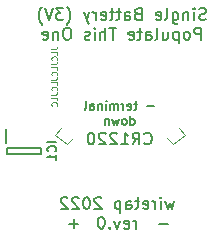
<source format=gbr>
%TF.GenerationSoftware,KiCad,Pcbnew,(5.1.6)-1*%
%TF.CreationDate,2022-09-22T09:58:55-04:00*%
%TF.ProjectId,EXT_BATT_3V-6V,4558545f-4241-4545-945f-33562d36562e,rev?*%
%TF.SameCoordinates,Original*%
%TF.FileFunction,Legend,Bot*%
%TF.FilePolarity,Positive*%
%FSLAX46Y46*%
G04 Gerber Fmt 4.6, Leading zero omitted, Abs format (unit mm)*
G04 Created by KiCad (PCBNEW (5.1.6)-1) date 2022-09-22 09:58:55*
%MOMM*%
%LPD*%
G01*
G04 APERTURE LIST*
%ADD10C,0.125000*%
%ADD11C,0.150000*%
%ADD12C,0.100000*%
%ADD13C,0.200000*%
G04 APERTURE END LIST*
D10*
X154726190Y-79790476D02*
X155083333Y-79790476D01*
X155154761Y-79766666D01*
X155202380Y-79719047D01*
X155226190Y-79647619D01*
X155226190Y-79600000D01*
X155226190Y-80266666D02*
X155226190Y-80028571D01*
X154726190Y-80028571D01*
X155178571Y-80719047D02*
X155202380Y-80695238D01*
X155226190Y-80623809D01*
X155226190Y-80576190D01*
X155202380Y-80504761D01*
X155154761Y-80457142D01*
X155107142Y-80433333D01*
X155011904Y-80409523D01*
X154940476Y-80409523D01*
X154845238Y-80433333D01*
X154797619Y-80457142D01*
X154750000Y-80504761D01*
X154726190Y-80576190D01*
X154726190Y-80623809D01*
X154750000Y-80695238D01*
X154773809Y-80719047D01*
X154726190Y-81076190D02*
X155083333Y-81076190D01*
X155154761Y-81052380D01*
X155202380Y-81004761D01*
X155226190Y-80933333D01*
X155226190Y-80885714D01*
X155226190Y-81552380D02*
X155226190Y-81314285D01*
X154726190Y-81314285D01*
X155178571Y-82004761D02*
X155202380Y-81980952D01*
X155226190Y-81909523D01*
X155226190Y-81861904D01*
X155202380Y-81790476D01*
X155154761Y-81742857D01*
X155107142Y-81719047D01*
X155011904Y-81695238D01*
X154940476Y-81695238D01*
X154845238Y-81719047D01*
X154797619Y-81742857D01*
X154750000Y-81790476D01*
X154726190Y-81861904D01*
X154726190Y-81909523D01*
X154750000Y-81980952D01*
X154773809Y-82004761D01*
X154726190Y-82361904D02*
X155083333Y-82361904D01*
X155154761Y-82338095D01*
X155202380Y-82290476D01*
X155226190Y-82219047D01*
X155226190Y-82171428D01*
X155226190Y-82838095D02*
X155226190Y-82600000D01*
X154726190Y-82600000D01*
X155178571Y-83290476D02*
X155202380Y-83266666D01*
X155226190Y-83195238D01*
X155226190Y-83147619D01*
X155202380Y-83076190D01*
X155154761Y-83028571D01*
X155107142Y-83004761D01*
X155011904Y-82980952D01*
X154940476Y-82980952D01*
X154845238Y-83004761D01*
X154797619Y-83028571D01*
X154750000Y-83076190D01*
X154726190Y-83147619D01*
X154726190Y-83195238D01*
X154750000Y-83266666D01*
X154773809Y-83290476D01*
X154726190Y-83647619D02*
X155083333Y-83647619D01*
X155154761Y-83623809D01*
X155202380Y-83576190D01*
X155226190Y-83504761D01*
X155226190Y-83457142D01*
X155226190Y-84123809D02*
X155226190Y-83885714D01*
X154726190Y-83885714D01*
X155178571Y-84576190D02*
X155202380Y-84552380D01*
X155226190Y-84480952D01*
X155226190Y-84433333D01*
X155202380Y-84361904D01*
X155154761Y-84314285D01*
X155107142Y-84290476D01*
X155011904Y-84266666D01*
X154940476Y-84266666D01*
X154845238Y-84290476D01*
X154797619Y-84314285D01*
X154750000Y-84361904D01*
X154726190Y-84433333D01*
X154726190Y-84480952D01*
X154750000Y-84552380D01*
X154773809Y-84576190D01*
D11*
X165133333Y-92660714D02*
X164942857Y-93327380D01*
X164752380Y-92851190D01*
X164561904Y-93327380D01*
X164371428Y-92660714D01*
X163990476Y-93327380D02*
X163990476Y-92660714D01*
X163990476Y-92327380D02*
X164038095Y-92375000D01*
X163990476Y-92422619D01*
X163942857Y-92375000D01*
X163990476Y-92327380D01*
X163990476Y-92422619D01*
X163514285Y-93327380D02*
X163514285Y-92660714D01*
X163514285Y-92851190D02*
X163466666Y-92755952D01*
X163419047Y-92708333D01*
X163323809Y-92660714D01*
X163228571Y-92660714D01*
X162514285Y-93279761D02*
X162609523Y-93327380D01*
X162800000Y-93327380D01*
X162895238Y-93279761D01*
X162942857Y-93184523D01*
X162942857Y-92803571D01*
X162895238Y-92708333D01*
X162800000Y-92660714D01*
X162609523Y-92660714D01*
X162514285Y-92708333D01*
X162466666Y-92803571D01*
X162466666Y-92898809D01*
X162942857Y-92994047D01*
X162180952Y-92660714D02*
X161800000Y-92660714D01*
X162038095Y-92327380D02*
X162038095Y-93184523D01*
X161990476Y-93279761D01*
X161895238Y-93327380D01*
X161800000Y-93327380D01*
X161038095Y-93327380D02*
X161038095Y-92803571D01*
X161085714Y-92708333D01*
X161180952Y-92660714D01*
X161371428Y-92660714D01*
X161466666Y-92708333D01*
X161038095Y-93279761D02*
X161133333Y-93327380D01*
X161371428Y-93327380D01*
X161466666Y-93279761D01*
X161514285Y-93184523D01*
X161514285Y-93089285D01*
X161466666Y-92994047D01*
X161371428Y-92946428D01*
X161133333Y-92946428D01*
X161038095Y-92898809D01*
X160561904Y-92660714D02*
X160561904Y-93660714D01*
X160561904Y-92708333D02*
X160466666Y-92660714D01*
X160276190Y-92660714D01*
X160180952Y-92708333D01*
X160133333Y-92755952D01*
X160085714Y-92851190D01*
X160085714Y-93136904D01*
X160133333Y-93232142D01*
X160180952Y-93279761D01*
X160276190Y-93327380D01*
X160466666Y-93327380D01*
X160561904Y-93279761D01*
X158942857Y-92422619D02*
X158895238Y-92375000D01*
X158800000Y-92327380D01*
X158561904Y-92327380D01*
X158466666Y-92375000D01*
X158419047Y-92422619D01*
X158371428Y-92517857D01*
X158371428Y-92613095D01*
X158419047Y-92755952D01*
X158990476Y-93327380D01*
X158371428Y-93327380D01*
X157752380Y-92327380D02*
X157657142Y-92327380D01*
X157561904Y-92375000D01*
X157514285Y-92422619D01*
X157466666Y-92517857D01*
X157419047Y-92708333D01*
X157419047Y-92946428D01*
X157466666Y-93136904D01*
X157514285Y-93232142D01*
X157561904Y-93279761D01*
X157657142Y-93327380D01*
X157752380Y-93327380D01*
X157847619Y-93279761D01*
X157895238Y-93232142D01*
X157942857Y-93136904D01*
X157990476Y-92946428D01*
X157990476Y-92708333D01*
X157942857Y-92517857D01*
X157895238Y-92422619D01*
X157847619Y-92375000D01*
X157752380Y-92327380D01*
X157038095Y-92422619D02*
X156990476Y-92375000D01*
X156895238Y-92327380D01*
X156657142Y-92327380D01*
X156561904Y-92375000D01*
X156514285Y-92422619D01*
X156466666Y-92517857D01*
X156466666Y-92613095D01*
X156514285Y-92755952D01*
X157085714Y-93327380D01*
X156466666Y-93327380D01*
X156085714Y-92422619D02*
X156038095Y-92375000D01*
X155942857Y-92327380D01*
X155704761Y-92327380D01*
X155609523Y-92375000D01*
X155561904Y-92422619D01*
X155514285Y-92517857D01*
X155514285Y-92613095D01*
X155561904Y-92755952D01*
X156133333Y-93327380D01*
X155514285Y-93327380D01*
X161895238Y-94977380D02*
X161895238Y-94310714D01*
X161895238Y-94501190D02*
X161847619Y-94405952D01*
X161800000Y-94358333D01*
X161704761Y-94310714D01*
X161609523Y-94310714D01*
X160895238Y-94929761D02*
X160990476Y-94977380D01*
X161180952Y-94977380D01*
X161276190Y-94929761D01*
X161323809Y-94834523D01*
X161323809Y-94453571D01*
X161276190Y-94358333D01*
X161180952Y-94310714D01*
X160990476Y-94310714D01*
X160895238Y-94358333D01*
X160847619Y-94453571D01*
X160847619Y-94548809D01*
X161323809Y-94644047D01*
X160514285Y-94310714D02*
X160276190Y-94977380D01*
X160038095Y-94310714D01*
X159657142Y-94882142D02*
X159609523Y-94929761D01*
X159657142Y-94977380D01*
X159704761Y-94929761D01*
X159657142Y-94882142D01*
X159657142Y-94977380D01*
X158990476Y-93977380D02*
X158895238Y-93977380D01*
X158800000Y-94025000D01*
X158752380Y-94072619D01*
X158704761Y-94167857D01*
X158657142Y-94358333D01*
X158657142Y-94596428D01*
X158704761Y-94786904D01*
X158752380Y-94882142D01*
X158800000Y-94929761D01*
X158895238Y-94977380D01*
X158990476Y-94977380D01*
X159085714Y-94929761D01*
X159133333Y-94882142D01*
X159180952Y-94786904D01*
X159228571Y-94596428D01*
X159228571Y-94358333D01*
X159180952Y-94167857D01*
X159133333Y-94072619D01*
X159085714Y-94025000D01*
X158990476Y-93977380D01*
X162595238Y-87757142D02*
X162642857Y-87804761D01*
X162785714Y-87852380D01*
X162880952Y-87852380D01*
X163023809Y-87804761D01*
X163119047Y-87709523D01*
X163166666Y-87614285D01*
X163214285Y-87423809D01*
X163214285Y-87280952D01*
X163166666Y-87090476D01*
X163119047Y-86995238D01*
X163023809Y-86900000D01*
X162880952Y-86852380D01*
X162785714Y-86852380D01*
X162642857Y-86900000D01*
X162595238Y-86947619D01*
X161595238Y-87852380D02*
X161928571Y-87376190D01*
X162166666Y-87852380D02*
X162166666Y-86852380D01*
X161785714Y-86852380D01*
X161690476Y-86900000D01*
X161642857Y-86947619D01*
X161595238Y-87042857D01*
X161595238Y-87185714D01*
X161642857Y-87280952D01*
X161690476Y-87328571D01*
X161785714Y-87376190D01*
X162166666Y-87376190D01*
X160642857Y-87852380D02*
X161214285Y-87852380D01*
X160928571Y-87852380D02*
X160928571Y-86852380D01*
X161023809Y-86995238D01*
X161119047Y-87090476D01*
X161214285Y-87138095D01*
X160261904Y-86947619D02*
X160214285Y-86900000D01*
X160119047Y-86852380D01*
X159880952Y-86852380D01*
X159785714Y-86900000D01*
X159738095Y-86947619D01*
X159690476Y-87042857D01*
X159690476Y-87138095D01*
X159738095Y-87280952D01*
X160309523Y-87852380D01*
X159690476Y-87852380D01*
X159309523Y-86947619D02*
X159261904Y-86900000D01*
X159166666Y-86852380D01*
X158928571Y-86852380D01*
X158833333Y-86900000D01*
X158785714Y-86947619D01*
X158738095Y-87042857D01*
X158738095Y-87138095D01*
X158785714Y-87280952D01*
X159357142Y-87852380D01*
X158738095Y-87852380D01*
X158119047Y-86852380D02*
X158023809Y-86852380D01*
X157928571Y-86900000D01*
X157880952Y-86947619D01*
X157833333Y-87042857D01*
X157785714Y-87233333D01*
X157785714Y-87471428D01*
X157833333Y-87661904D01*
X157880952Y-87757142D01*
X157928571Y-87804761D01*
X158023809Y-87852380D01*
X158119047Y-87852380D01*
X158214285Y-87804761D01*
X158261904Y-87757142D01*
X158309523Y-87661904D01*
X158357142Y-87471428D01*
X158357142Y-87233333D01*
X158309523Y-87042857D01*
X158261904Y-86947619D01*
X158214285Y-86900000D01*
X158119047Y-86852380D01*
X164580952Y-94571428D02*
X163819047Y-94571428D01*
X156980952Y-94571428D02*
X156219047Y-94571428D01*
X156600000Y-94952380D02*
X156600000Y-94190476D01*
X163392857Y-84616071D02*
X162821428Y-84616071D01*
X162000000Y-84401785D02*
X161714285Y-84401785D01*
X161892857Y-84151785D02*
X161892857Y-84794642D01*
X161857142Y-84866071D01*
X161785714Y-84901785D01*
X161714285Y-84901785D01*
X161178571Y-84866071D02*
X161250000Y-84901785D01*
X161392857Y-84901785D01*
X161464285Y-84866071D01*
X161500000Y-84794642D01*
X161500000Y-84508928D01*
X161464285Y-84437500D01*
X161392857Y-84401785D01*
X161250000Y-84401785D01*
X161178571Y-84437500D01*
X161142857Y-84508928D01*
X161142857Y-84580357D01*
X161500000Y-84651785D01*
X160821428Y-84901785D02*
X160821428Y-84401785D01*
X160821428Y-84544642D02*
X160785714Y-84473214D01*
X160750000Y-84437500D01*
X160678571Y-84401785D01*
X160607142Y-84401785D01*
X160357142Y-84901785D02*
X160357142Y-84401785D01*
X160357142Y-84473214D02*
X160321428Y-84437500D01*
X160250000Y-84401785D01*
X160142857Y-84401785D01*
X160071428Y-84437500D01*
X160035714Y-84508928D01*
X160035714Y-84901785D01*
X160035714Y-84508928D02*
X160000000Y-84437500D01*
X159928571Y-84401785D01*
X159821428Y-84401785D01*
X159750000Y-84437500D01*
X159714285Y-84508928D01*
X159714285Y-84901785D01*
X159357142Y-84901785D02*
X159357142Y-84401785D01*
X159357142Y-84151785D02*
X159392857Y-84187500D01*
X159357142Y-84223214D01*
X159321428Y-84187500D01*
X159357142Y-84151785D01*
X159357142Y-84223214D01*
X159000000Y-84401785D02*
X159000000Y-84901785D01*
X159000000Y-84473214D02*
X158964285Y-84437500D01*
X158892857Y-84401785D01*
X158785714Y-84401785D01*
X158714285Y-84437500D01*
X158678571Y-84508928D01*
X158678571Y-84901785D01*
X158000000Y-84901785D02*
X158000000Y-84508928D01*
X158035714Y-84437500D01*
X158107142Y-84401785D01*
X158250000Y-84401785D01*
X158321428Y-84437500D01*
X158000000Y-84866071D02*
X158071428Y-84901785D01*
X158250000Y-84901785D01*
X158321428Y-84866071D01*
X158357142Y-84794642D01*
X158357142Y-84723214D01*
X158321428Y-84651785D01*
X158250000Y-84616071D01*
X158071428Y-84616071D01*
X158000000Y-84580357D01*
X157535714Y-84901785D02*
X157607142Y-84866071D01*
X157642857Y-84794642D01*
X157642857Y-84151785D01*
X161410714Y-86176785D02*
X161410714Y-85426785D01*
X161410714Y-86141071D02*
X161482142Y-86176785D01*
X161625000Y-86176785D01*
X161696428Y-86141071D01*
X161732142Y-86105357D01*
X161767857Y-86033928D01*
X161767857Y-85819642D01*
X161732142Y-85748214D01*
X161696428Y-85712500D01*
X161625000Y-85676785D01*
X161482142Y-85676785D01*
X161410714Y-85712500D01*
X160946428Y-86176785D02*
X161017857Y-86141071D01*
X161053571Y-86105357D01*
X161089285Y-86033928D01*
X161089285Y-85819642D01*
X161053571Y-85748214D01*
X161017857Y-85712500D01*
X160946428Y-85676785D01*
X160839285Y-85676785D01*
X160767857Y-85712500D01*
X160732142Y-85748214D01*
X160696428Y-85819642D01*
X160696428Y-86033928D01*
X160732142Y-86105357D01*
X160767857Y-86141071D01*
X160839285Y-86176785D01*
X160946428Y-86176785D01*
X160446428Y-85676785D02*
X160303571Y-86176785D01*
X160160714Y-85819642D01*
X160017857Y-86176785D01*
X159875000Y-85676785D01*
X159589285Y-85676785D02*
X159589285Y-86176785D01*
X159589285Y-85748214D02*
X159553571Y-85712500D01*
X159482142Y-85676785D01*
X159375000Y-85676785D01*
X159303571Y-85712500D01*
X159267857Y-85783928D01*
X159267857Y-86176785D01*
X167795238Y-77279761D02*
X167652380Y-77327380D01*
X167414285Y-77327380D01*
X167319047Y-77279761D01*
X167271428Y-77232142D01*
X167223809Y-77136904D01*
X167223809Y-77041666D01*
X167271428Y-76946428D01*
X167319047Y-76898809D01*
X167414285Y-76851190D01*
X167604761Y-76803571D01*
X167700000Y-76755952D01*
X167747619Y-76708333D01*
X167795238Y-76613095D01*
X167795238Y-76517857D01*
X167747619Y-76422619D01*
X167700000Y-76375000D01*
X167604761Y-76327380D01*
X167366666Y-76327380D01*
X167223809Y-76375000D01*
X166795238Y-77327380D02*
X166795238Y-76660714D01*
X166795238Y-76327380D02*
X166842857Y-76375000D01*
X166795238Y-76422619D01*
X166747619Y-76375000D01*
X166795238Y-76327380D01*
X166795238Y-76422619D01*
X166319047Y-76660714D02*
X166319047Y-77327380D01*
X166319047Y-76755952D02*
X166271428Y-76708333D01*
X166176190Y-76660714D01*
X166033333Y-76660714D01*
X165938095Y-76708333D01*
X165890476Y-76803571D01*
X165890476Y-77327380D01*
X164985714Y-76660714D02*
X164985714Y-77470238D01*
X165033333Y-77565476D01*
X165080952Y-77613095D01*
X165176190Y-77660714D01*
X165319047Y-77660714D01*
X165414285Y-77613095D01*
X164985714Y-77279761D02*
X165080952Y-77327380D01*
X165271428Y-77327380D01*
X165366666Y-77279761D01*
X165414285Y-77232142D01*
X165461904Y-77136904D01*
X165461904Y-76851190D01*
X165414285Y-76755952D01*
X165366666Y-76708333D01*
X165271428Y-76660714D01*
X165080952Y-76660714D01*
X164985714Y-76708333D01*
X164366666Y-77327380D02*
X164461904Y-77279761D01*
X164509523Y-77184523D01*
X164509523Y-76327380D01*
X163604761Y-77279761D02*
X163700000Y-77327380D01*
X163890476Y-77327380D01*
X163985714Y-77279761D01*
X164033333Y-77184523D01*
X164033333Y-76803571D01*
X163985714Y-76708333D01*
X163890476Y-76660714D01*
X163700000Y-76660714D01*
X163604761Y-76708333D01*
X163557142Y-76803571D01*
X163557142Y-76898809D01*
X164033333Y-76994047D01*
X162033333Y-76803571D02*
X161890476Y-76851190D01*
X161842857Y-76898809D01*
X161795238Y-76994047D01*
X161795238Y-77136904D01*
X161842857Y-77232142D01*
X161890476Y-77279761D01*
X161985714Y-77327380D01*
X162366666Y-77327380D01*
X162366666Y-76327380D01*
X162033333Y-76327380D01*
X161938095Y-76375000D01*
X161890476Y-76422619D01*
X161842857Y-76517857D01*
X161842857Y-76613095D01*
X161890476Y-76708333D01*
X161938095Y-76755952D01*
X162033333Y-76803571D01*
X162366666Y-76803571D01*
X160938095Y-77327380D02*
X160938095Y-76803571D01*
X160985714Y-76708333D01*
X161080952Y-76660714D01*
X161271428Y-76660714D01*
X161366666Y-76708333D01*
X160938095Y-77279761D02*
X161033333Y-77327380D01*
X161271428Y-77327380D01*
X161366666Y-77279761D01*
X161414285Y-77184523D01*
X161414285Y-77089285D01*
X161366666Y-76994047D01*
X161271428Y-76946428D01*
X161033333Y-76946428D01*
X160938095Y-76898809D01*
X160604761Y-76660714D02*
X160223809Y-76660714D01*
X160461904Y-76327380D02*
X160461904Y-77184523D01*
X160414285Y-77279761D01*
X160319047Y-77327380D01*
X160223809Y-77327380D01*
X160033333Y-76660714D02*
X159652380Y-76660714D01*
X159890476Y-76327380D02*
X159890476Y-77184523D01*
X159842857Y-77279761D01*
X159747619Y-77327380D01*
X159652380Y-77327380D01*
X158938095Y-77279761D02*
X159033333Y-77327380D01*
X159223809Y-77327380D01*
X159319047Y-77279761D01*
X159366666Y-77184523D01*
X159366666Y-76803571D01*
X159319047Y-76708333D01*
X159223809Y-76660714D01*
X159033333Y-76660714D01*
X158938095Y-76708333D01*
X158890476Y-76803571D01*
X158890476Y-76898809D01*
X159366666Y-76994047D01*
X158461904Y-77327380D02*
X158461904Y-76660714D01*
X158461904Y-76851190D02*
X158414285Y-76755952D01*
X158366666Y-76708333D01*
X158271428Y-76660714D01*
X158176190Y-76660714D01*
X157938095Y-76660714D02*
X157700000Y-77327380D01*
X157461904Y-76660714D02*
X157700000Y-77327380D01*
X157795238Y-77565476D01*
X157842857Y-77613095D01*
X157938095Y-77660714D01*
X156033333Y-77708333D02*
X156080952Y-77660714D01*
X156176190Y-77517857D01*
X156223809Y-77422619D01*
X156271428Y-77279761D01*
X156319047Y-77041666D01*
X156319047Y-76851190D01*
X156271428Y-76613095D01*
X156223809Y-76470238D01*
X156176190Y-76375000D01*
X156080952Y-76232142D01*
X156033333Y-76184523D01*
X155747619Y-76327380D02*
X155128571Y-76327380D01*
X155461904Y-76708333D01*
X155319047Y-76708333D01*
X155223809Y-76755952D01*
X155176190Y-76803571D01*
X155128571Y-76898809D01*
X155128571Y-77136904D01*
X155176190Y-77232142D01*
X155223809Y-77279761D01*
X155319047Y-77327380D01*
X155604761Y-77327380D01*
X155700000Y-77279761D01*
X155747619Y-77232142D01*
X154842857Y-76327380D02*
X154509523Y-77327380D01*
X154176190Y-76327380D01*
X153938095Y-77708333D02*
X153890476Y-77660714D01*
X153795238Y-77517857D01*
X153747619Y-77422619D01*
X153700000Y-77279761D01*
X153652380Y-77041666D01*
X153652380Y-76851190D01*
X153700000Y-76613095D01*
X153747619Y-76470238D01*
X153795238Y-76375000D01*
X153890476Y-76232142D01*
X153938095Y-76184523D01*
X167390476Y-78977380D02*
X167390476Y-77977380D01*
X167009523Y-77977380D01*
X166914285Y-78025000D01*
X166866666Y-78072619D01*
X166819047Y-78167857D01*
X166819047Y-78310714D01*
X166866666Y-78405952D01*
X166914285Y-78453571D01*
X167009523Y-78501190D01*
X167390476Y-78501190D01*
X166247619Y-78977380D02*
X166342857Y-78929761D01*
X166390476Y-78882142D01*
X166438095Y-78786904D01*
X166438095Y-78501190D01*
X166390476Y-78405952D01*
X166342857Y-78358333D01*
X166247619Y-78310714D01*
X166104761Y-78310714D01*
X166009523Y-78358333D01*
X165961904Y-78405952D01*
X165914285Y-78501190D01*
X165914285Y-78786904D01*
X165961904Y-78882142D01*
X166009523Y-78929761D01*
X166104761Y-78977380D01*
X166247619Y-78977380D01*
X165485714Y-78310714D02*
X165485714Y-79310714D01*
X165485714Y-78358333D02*
X165390476Y-78310714D01*
X165200000Y-78310714D01*
X165104761Y-78358333D01*
X165057142Y-78405952D01*
X165009523Y-78501190D01*
X165009523Y-78786904D01*
X165057142Y-78882142D01*
X165104761Y-78929761D01*
X165200000Y-78977380D01*
X165390476Y-78977380D01*
X165485714Y-78929761D01*
X164152380Y-78310714D02*
X164152380Y-78977380D01*
X164580952Y-78310714D02*
X164580952Y-78834523D01*
X164533333Y-78929761D01*
X164438095Y-78977380D01*
X164295238Y-78977380D01*
X164200000Y-78929761D01*
X164152380Y-78882142D01*
X163533333Y-78977380D02*
X163628571Y-78929761D01*
X163676190Y-78834523D01*
X163676190Y-77977380D01*
X162723809Y-78977380D02*
X162723809Y-78453571D01*
X162771428Y-78358333D01*
X162866666Y-78310714D01*
X163057142Y-78310714D01*
X163152380Y-78358333D01*
X162723809Y-78929761D02*
X162819047Y-78977380D01*
X163057142Y-78977380D01*
X163152380Y-78929761D01*
X163200000Y-78834523D01*
X163200000Y-78739285D01*
X163152380Y-78644047D01*
X163057142Y-78596428D01*
X162819047Y-78596428D01*
X162723809Y-78548809D01*
X162390476Y-78310714D02*
X162009523Y-78310714D01*
X162247619Y-77977380D02*
X162247619Y-78834523D01*
X162200000Y-78929761D01*
X162104761Y-78977380D01*
X162009523Y-78977380D01*
X161295238Y-78929761D02*
X161390476Y-78977380D01*
X161580952Y-78977380D01*
X161676190Y-78929761D01*
X161723809Y-78834523D01*
X161723809Y-78453571D01*
X161676190Y-78358333D01*
X161580952Y-78310714D01*
X161390476Y-78310714D01*
X161295238Y-78358333D01*
X161247619Y-78453571D01*
X161247619Y-78548809D01*
X161723809Y-78644047D01*
X160200000Y-77977380D02*
X159628571Y-77977380D01*
X159914285Y-78977380D02*
X159914285Y-77977380D01*
X159295238Y-78977380D02*
X159295238Y-77977380D01*
X158866666Y-78977380D02*
X158866666Y-78453571D01*
X158914285Y-78358333D01*
X159009523Y-78310714D01*
X159152380Y-78310714D01*
X159247619Y-78358333D01*
X159295238Y-78405952D01*
X158390476Y-78977380D02*
X158390476Y-78310714D01*
X158390476Y-77977380D02*
X158438095Y-78025000D01*
X158390476Y-78072619D01*
X158342857Y-78025000D01*
X158390476Y-77977380D01*
X158390476Y-78072619D01*
X157961904Y-78929761D02*
X157866666Y-78977380D01*
X157676190Y-78977380D01*
X157580952Y-78929761D01*
X157533333Y-78834523D01*
X157533333Y-78786904D01*
X157580952Y-78691666D01*
X157676190Y-78644047D01*
X157819047Y-78644047D01*
X157914285Y-78596428D01*
X157961904Y-78501190D01*
X157961904Y-78453571D01*
X157914285Y-78358333D01*
X157819047Y-78310714D01*
X157676190Y-78310714D01*
X157580952Y-78358333D01*
X156152380Y-77977380D02*
X155961904Y-77977380D01*
X155866666Y-78025000D01*
X155771428Y-78120238D01*
X155723809Y-78310714D01*
X155723809Y-78644047D01*
X155771428Y-78834523D01*
X155866666Y-78929761D01*
X155961904Y-78977380D01*
X156152380Y-78977380D01*
X156247619Y-78929761D01*
X156342857Y-78834523D01*
X156390476Y-78644047D01*
X156390476Y-78310714D01*
X156342857Y-78120238D01*
X156247619Y-78025000D01*
X156152380Y-77977380D01*
X155295238Y-78310714D02*
X155295238Y-78977380D01*
X155295238Y-78405952D02*
X155247619Y-78358333D01*
X155152380Y-78310714D01*
X155009523Y-78310714D01*
X154914285Y-78358333D01*
X154866666Y-78453571D01*
X154866666Y-78977380D01*
X154009523Y-78929761D02*
X154104761Y-78977380D01*
X154295238Y-78977380D01*
X154390476Y-78929761D01*
X154438095Y-78834523D01*
X154438095Y-78453571D01*
X154390476Y-78358333D01*
X154295238Y-78310714D01*
X154104761Y-78310714D01*
X154009523Y-78358333D01*
X153961904Y-78453571D01*
X153961904Y-78548809D01*
X154438095Y-78644047D01*
D12*
%TO.C,H1*%
X155540001Y-86505001D02*
X155040001Y-87055001D01*
X155040001Y-87055001D02*
X156040001Y-87855001D01*
X156040001Y-87855001D02*
X156540001Y-87305001D01*
X164540001Y-87305001D02*
X165040001Y-87855001D01*
X165040001Y-87855001D02*
X166040001Y-87055001D01*
X166040001Y-87055001D02*
X165540001Y-86505001D01*
D13*
%TO.C,IC1*%
X150950000Y-88125000D02*
X150950000Y-88675000D01*
X150950000Y-88675000D02*
X153850000Y-88675000D01*
X153850000Y-88675000D02*
X153850000Y-88125000D01*
X153850000Y-88125000D02*
X150950000Y-88125000D01*
X150900000Y-86525000D02*
X150900000Y-87775000D01*
D11*
X155139285Y-87667857D02*
X154389285Y-87667857D01*
X155067857Y-88453571D02*
X155103571Y-88417857D01*
X155139285Y-88310714D01*
X155139285Y-88239285D01*
X155103571Y-88132142D01*
X155032142Y-88060714D01*
X154960714Y-88025000D01*
X154817857Y-87989285D01*
X154710714Y-87989285D01*
X154567857Y-88025000D01*
X154496428Y-88060714D01*
X154425000Y-88132142D01*
X154389285Y-88239285D01*
X154389285Y-88310714D01*
X154425000Y-88417857D01*
X154460714Y-88453571D01*
X155139285Y-89167857D02*
X155139285Y-88739285D01*
X155139285Y-88953571D02*
X154389285Y-88953571D01*
X154496428Y-88882142D01*
X154567857Y-88810714D01*
X154603571Y-88739285D01*
%TD*%
M02*

</source>
